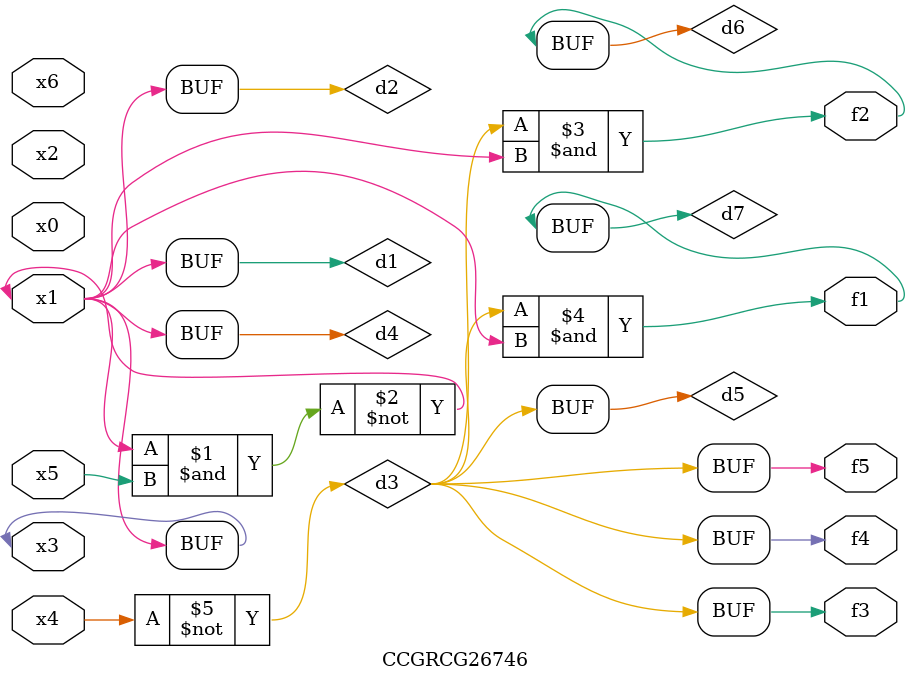
<source format=v>
module CCGRCG26746(
	input x0, x1, x2, x3, x4, x5, x6,
	output f1, f2, f3, f4, f5
);

	wire d1, d2, d3, d4, d5, d6, d7;

	buf (d1, x1, x3);
	nand (d2, x1, x5);
	not (d3, x4);
	buf (d4, d1, d2);
	buf (d5, d3);
	and (d6, d3, d4);
	and (d7, d3, d4);
	assign f1 = d7;
	assign f2 = d6;
	assign f3 = d5;
	assign f4 = d5;
	assign f5 = d5;
endmodule

</source>
